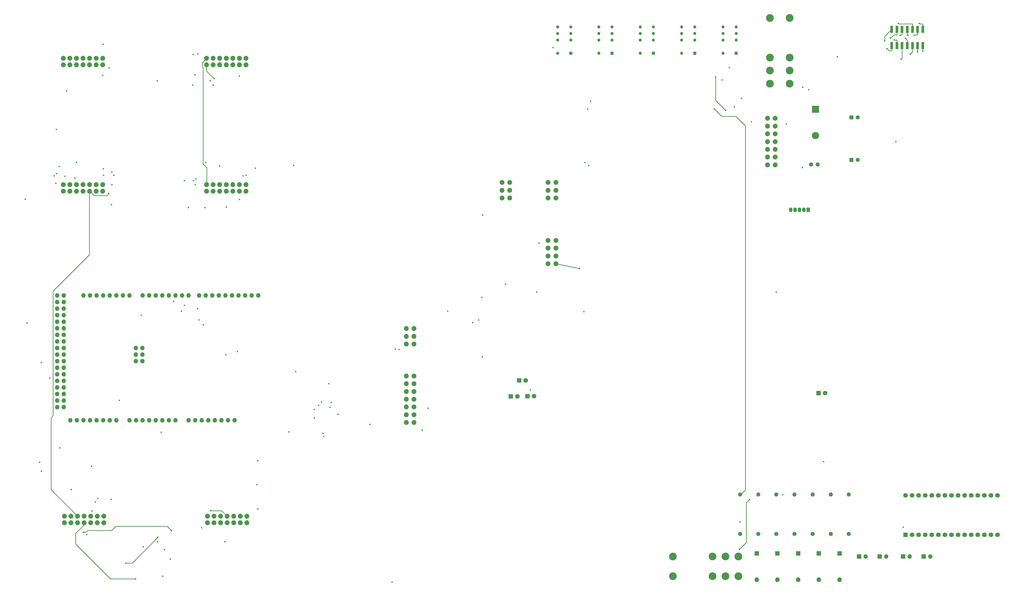
<source format=gbr>
G04 #@! TF.FileFunction,Copper,L1,Top,Signal*
%FSLAX46Y46*%
G04 Gerber Fmt 4.6, Leading zero omitted, Abs format (unit mm)*
G04 Created by KiCad (PCBNEW 4.0.6) date 03/09/20 07:32:34*
%MOMM*%
%LPD*%
G01*
G04 APERTURE LIST*
%ADD10C,0.100000*%
%ADD11C,1.879600*%
%ADD12R,1.600000X1.600000*%
%ADD13C,1.600000*%
%ADD14R,1.800000X1.800000*%
%ADD15C,1.800000*%
%ADD16O,1.800000X1.800000*%
%ADD17R,2.800000X2.800000*%
%ADD18O,2.800000X2.800000*%
%ADD19R,1.200000X1.200000*%
%ADD20C,1.200000*%
%ADD21R,1.700000X1.700000*%
%ADD22O,1.700000X1.700000*%
%ADD23C,3.000000*%
%ADD24R,1.350000X1.800000*%
%ADD25O,1.350000X1.800000*%
%ADD26O,1.600000X1.600000*%
%ADD27R,1.000000X2.750000*%
%ADD28O,1.727200X1.727200*%
%ADD29C,0.600000*%
%ADD30C,0.250000*%
G04 APERTURE END LIST*
D10*
D11*
X133400000Y-102400000D03*
X133400000Y-104940000D03*
X135940000Y-102400000D03*
X135940000Y-104940000D03*
X138480000Y-102400000D03*
X138480000Y-104940000D03*
X141020000Y-102400000D03*
X141020000Y-104940000D03*
X143560000Y-102400000D03*
X143560000Y-104940000D03*
X146100000Y-102400000D03*
X146100000Y-104940000D03*
X148640000Y-102400000D03*
X148640000Y-104940000D03*
X188800000Y-102400000D03*
X188800000Y-104940000D03*
X191340000Y-102400000D03*
X191340000Y-104940000D03*
X193880000Y-102400000D03*
X193880000Y-104940000D03*
X196420000Y-102400000D03*
X196420000Y-104940000D03*
X198960000Y-102400000D03*
X198960000Y-104940000D03*
X201500000Y-102400000D03*
X201500000Y-104940000D03*
X204040000Y-102400000D03*
X204040000Y-104940000D03*
X188800000Y-151200000D03*
X188800000Y-153740000D03*
X191340000Y-151200000D03*
X191340000Y-153740000D03*
X193880000Y-151200000D03*
X193880000Y-153740000D03*
X196420000Y-151200000D03*
X196420000Y-153740000D03*
X198960000Y-151200000D03*
X198960000Y-153740000D03*
X201500000Y-151200000D03*
X201500000Y-153740000D03*
X204040000Y-151200000D03*
X204040000Y-153740000D03*
X133400000Y-151200000D03*
X133400000Y-153740000D03*
X135940000Y-151200000D03*
X135940000Y-153740000D03*
X138480000Y-151200000D03*
X138480000Y-153740000D03*
X141020000Y-151200000D03*
X141020000Y-153740000D03*
X143560000Y-151200000D03*
X143560000Y-153740000D03*
X146100000Y-151200000D03*
X146100000Y-153740000D03*
X148640000Y-151200000D03*
X148640000Y-153740000D03*
X149100000Y-282000000D03*
X149100000Y-279460000D03*
X146560000Y-282000000D03*
X146560000Y-279460000D03*
X144020000Y-282000000D03*
X144020000Y-279460000D03*
X141480000Y-282000000D03*
X141480000Y-279460000D03*
X138940000Y-282000000D03*
X138940000Y-279460000D03*
X136400000Y-282000000D03*
X136400000Y-279460000D03*
X133860000Y-282000000D03*
X133860000Y-279460000D03*
X204343000Y-282000000D03*
X204343000Y-279460000D03*
X201803000Y-282000000D03*
X201803000Y-279460000D03*
X199263000Y-282000000D03*
X199263000Y-279460000D03*
X196723000Y-282000000D03*
X196723000Y-279460000D03*
X194183000Y-282000000D03*
X194183000Y-279460000D03*
X191643000Y-282000000D03*
X191643000Y-279460000D03*
X189103000Y-282000000D03*
X189103000Y-279460000D03*
D12*
X438000000Y-141707000D03*
D13*
X440500000Y-141707000D03*
D12*
X438000000Y-125273000D03*
D13*
X440500000Y-125273000D03*
D14*
X312852000Y-232995000D03*
D15*
X315392000Y-232995000D03*
D14*
X401444000Y-293832000D03*
D16*
X401444000Y-303992000D03*
D14*
X409444000Y-293832000D03*
D16*
X409444000Y-303992000D03*
D14*
X417444000Y-293832000D03*
D16*
X417444000Y-303992000D03*
D14*
X425444000Y-293832000D03*
D16*
X425444000Y-303992000D03*
D14*
X425298000Y-231800000D03*
D15*
X427838000Y-231800000D03*
D17*
X424155000Y-122072000D03*
D18*
X424155000Y-132232000D03*
D14*
X433444000Y-293832000D03*
D16*
X433444000Y-303992000D03*
D14*
X309601000Y-226924000D03*
D15*
X312141000Y-226924000D03*
D14*
X306350000Y-233071000D03*
D15*
X308890000Y-233071000D03*
D19*
X393540000Y-100450000D03*
D20*
X388460000Y-100450000D03*
X393540000Y-95370000D03*
X388460000Y-90290000D03*
X393540000Y-92830000D03*
X393540000Y-90290000D03*
X388460000Y-95370000D03*
X388460000Y-92830000D03*
D19*
X361540000Y-100450000D03*
D20*
X356460000Y-100450000D03*
X361540000Y-95370000D03*
X356460000Y-90290000D03*
X361540000Y-92830000D03*
X361540000Y-90290000D03*
X356460000Y-95370000D03*
X356460000Y-92830000D03*
D19*
X345540000Y-100450000D03*
D20*
X340460000Y-100450000D03*
X345540000Y-95370000D03*
X340460000Y-90290000D03*
X345540000Y-92830000D03*
X345540000Y-90290000D03*
X340460000Y-95370000D03*
X340460000Y-92830000D03*
D19*
X329540000Y-100450000D03*
D20*
X324460000Y-100450000D03*
X329540000Y-95370000D03*
X324460000Y-90290000D03*
X329540000Y-92830000D03*
X329540000Y-90290000D03*
X324460000Y-95370000D03*
X324460000Y-92830000D03*
D19*
X377540000Y-100450000D03*
D20*
X372460000Y-100450000D03*
X377540000Y-95370000D03*
X372460000Y-90290000D03*
X377540000Y-92830000D03*
X377540000Y-90290000D03*
X372460000Y-95370000D03*
X372460000Y-92830000D03*
D21*
X466000000Y-295000000D03*
D22*
X468540000Y-295000000D03*
D14*
X458927000Y-286588000D03*
D15*
X461467000Y-286588000D03*
X464007000Y-286588000D03*
X466547000Y-286588000D03*
X469087000Y-286588000D03*
X471627000Y-286588000D03*
X474167000Y-286588000D03*
X476707000Y-286588000D03*
X479247000Y-286588000D03*
X481787000Y-286588000D03*
X484327000Y-286588000D03*
X486867000Y-286588000D03*
X489407000Y-286588000D03*
X491947000Y-286588000D03*
X494487000Y-286588000D03*
X494487000Y-271348000D03*
X491947000Y-271348000D03*
X489407000Y-271348000D03*
X486867000Y-271348000D03*
X484327000Y-271348000D03*
X481787000Y-271348000D03*
X479247000Y-271348000D03*
X476707000Y-271348000D03*
X474167000Y-271348000D03*
X471627000Y-271348000D03*
X469087000Y-271348000D03*
X466547000Y-271348000D03*
X464007000Y-271348000D03*
X461467000Y-271348000D03*
X458927000Y-271348000D03*
D23*
X414198000Y-86842600D03*
X406578000Y-86842600D03*
X414198000Y-107162600D03*
X406578000Y-112162600D03*
X406578000Y-102162600D03*
X414198000Y-102162600D03*
X406578000Y-107162600D03*
X414198000Y-112162600D03*
D24*
X421361000Y-160934000D03*
D25*
X419661000Y-160934000D03*
X417961000Y-160934000D03*
X416261000Y-160934000D03*
X414561000Y-160934000D03*
D21*
X449000000Y-295000000D03*
D22*
X451540000Y-295000000D03*
D13*
X422453000Y-143408000D03*
D26*
X424993000Y-143408000D03*
D21*
X458000000Y-295000000D03*
D22*
X460540000Y-295000000D03*
D27*
X453634000Y-91183600D03*
X453634000Y-97433600D03*
X455634000Y-91183600D03*
X455634000Y-97433600D03*
X457634000Y-91183600D03*
X457634000Y-97433600D03*
X459634000Y-91183600D03*
X459634000Y-97433600D03*
X461634000Y-91183600D03*
X461634000Y-97433600D03*
X463634000Y-91183600D03*
X463634000Y-97433600D03*
X465634000Y-91183600D03*
X465634000Y-97433600D03*
D13*
X395039000Y-286236000D03*
D26*
X395039000Y-270996000D03*
D13*
X402039000Y-286236000D03*
D26*
X402039000Y-270996000D03*
D13*
X409039000Y-286236000D03*
D26*
X409039000Y-270996000D03*
D13*
X416039000Y-286236000D03*
D26*
X416039000Y-270996000D03*
D13*
X423039000Y-286236000D03*
D26*
X423039000Y-270996000D03*
D23*
X369000000Y-295000000D03*
X369000000Y-302620000D03*
X389320000Y-295000000D03*
X394320000Y-302620000D03*
X384320000Y-302620000D03*
X384320000Y-295000000D03*
X389320000Y-302620000D03*
X394320000Y-295000000D03*
D13*
X437039000Y-286236000D03*
D26*
X437039000Y-270996000D03*
D13*
X430039000Y-286236000D03*
D26*
X430039000Y-270996000D03*
D28*
X163932000Y-219456000D03*
X161392000Y-219456000D03*
X161392000Y-216916000D03*
X163932000Y-216916000D03*
X161392000Y-214376000D03*
X176759000Y-242316000D03*
X181839000Y-242316000D03*
X184379000Y-242316000D03*
X186919000Y-242316000D03*
X189459000Y-242316000D03*
X191999000Y-242316000D03*
X194539000Y-242316000D03*
X197079000Y-242316000D03*
X141199000Y-194056000D03*
X143739000Y-194056000D03*
X146279000Y-194056000D03*
X148819000Y-194056000D03*
X151359000Y-194056000D03*
X153899000Y-194056000D03*
X156439000Y-194056000D03*
X158979000Y-194056000D03*
X164059000Y-194056000D03*
X166599000Y-194056000D03*
X169139000Y-194056000D03*
X171679000Y-194056000D03*
X174219000Y-194056000D03*
X176759000Y-194056000D03*
X179299000Y-194056000D03*
X181839000Y-194056000D03*
X201143000Y-194056000D03*
X185903000Y-194056000D03*
X188443000Y-194056000D03*
X190983000Y-194056000D03*
X208763000Y-194056000D03*
X206223000Y-194056000D03*
X203683000Y-194056000D03*
X198603000Y-194056000D03*
X196063000Y-194056000D03*
X193523000Y-194056000D03*
X199619000Y-242316000D03*
X174219000Y-242316000D03*
X171679000Y-242316000D03*
X169139000Y-242316000D03*
X166599000Y-242316000D03*
X164059000Y-242316000D03*
X161519000Y-242316000D03*
X158979000Y-242316000D03*
X153899000Y-242316000D03*
X151359000Y-242316000D03*
X148819000Y-242316000D03*
X146279000Y-242316000D03*
X143739000Y-242316000D03*
X141199000Y-242316000D03*
X138659000Y-242316000D03*
X136119000Y-242316000D03*
X133579000Y-194056000D03*
X131039000Y-194056000D03*
X133579000Y-196596000D03*
X131039000Y-196596000D03*
X133579000Y-199136000D03*
X131039000Y-199136000D03*
X133579000Y-201676000D03*
X131039000Y-201676000D03*
X133579000Y-204216000D03*
X131039000Y-204216000D03*
X133579000Y-206756000D03*
X131039000Y-206756000D03*
X133579000Y-209296000D03*
X131039000Y-209296000D03*
X133579000Y-211836000D03*
X131039000Y-211836000D03*
X133579000Y-214376000D03*
X131039000Y-214376000D03*
X133579000Y-216916000D03*
X131039000Y-216916000D03*
X133579000Y-219456000D03*
X131039000Y-219456000D03*
X133579000Y-221996000D03*
X131039000Y-221996000D03*
X133579000Y-224536000D03*
X131039000Y-224536000D03*
X133579000Y-227076000D03*
X131039000Y-227076000D03*
X133579000Y-229616000D03*
X131039000Y-229616000D03*
X133579000Y-232156000D03*
X131039000Y-232156000D03*
X133579000Y-234696000D03*
X131039000Y-234696000D03*
X133579000Y-237236000D03*
X131039000Y-237236000D03*
X163932000Y-214376000D03*
D11*
X269000000Y-243200000D03*
X266002800Y-243200000D03*
X269000000Y-240202800D03*
X266002800Y-240202800D03*
X269000000Y-237205600D03*
X266002800Y-237205600D03*
X269000000Y-234208400D03*
X266002800Y-234208400D03*
X269000000Y-231211200D03*
X266002800Y-231211200D03*
X269000000Y-228214000D03*
X266002800Y-228214000D03*
X269000000Y-225216800D03*
X266002800Y-225216800D03*
X408600000Y-143600000D03*
X405602800Y-143600000D03*
X408600000Y-140602800D03*
X405602800Y-140602800D03*
X408600000Y-137605600D03*
X405602800Y-137605600D03*
X408600000Y-134608400D03*
X405602800Y-134608400D03*
X408600000Y-131611200D03*
X405602800Y-131611200D03*
X408600000Y-128614000D03*
X405602800Y-128614000D03*
X408600000Y-125616800D03*
X405602800Y-125616800D03*
X323800000Y-181800000D03*
X320802800Y-181800000D03*
X323800000Y-178802800D03*
X320802800Y-178802800D03*
X323800000Y-175805600D03*
X320802800Y-175805600D03*
X323800000Y-172808400D03*
X320802800Y-172808400D03*
X323800000Y-156400000D03*
X320802800Y-156400000D03*
X323800000Y-153402800D03*
X320802800Y-153402800D03*
X323800000Y-150405600D03*
X320802800Y-150405600D03*
X306000000Y-156400000D03*
X303002800Y-156400000D03*
X306000000Y-153402800D03*
X303002800Y-153402800D03*
X306000000Y-150405600D03*
X303002800Y-150405600D03*
X268986000Y-212877000D03*
X265988800Y-212877000D03*
X268986000Y-209879800D03*
X265988800Y-209879800D03*
X268986000Y-206882600D03*
X265988800Y-206882600D03*
D21*
X441000000Y-295000000D03*
D22*
X443540000Y-295000000D03*
D29*
X421554600Y-114519200D03*
X458107200Y-283638800D03*
X385038600Y-121958100D03*
X394904800Y-281656500D03*
X388090900Y-110775700D03*
X184306100Y-108756400D03*
X128191300Y-225985400D03*
X132054600Y-253022100D03*
X394779600Y-292206700D03*
X398627600Y-272948400D03*
X389445500Y-122516900D03*
X385546600Y-109550200D03*
X172564100Y-292375400D03*
X395588000Y-117846900D03*
X124933400Y-220001600D03*
X130704100Y-129919200D03*
X427288900Y-258312000D03*
X390904600Y-105921000D03*
X334695000Y-200344200D03*
X411497200Y-271120300D03*
X392803200Y-121155200D03*
X337288300Y-118996200D03*
X399434600Y-126926500D03*
X313905000Y-230607000D03*
X336130900Y-122021600D03*
X130532000Y-150692300D03*
X164312200Y-291310400D03*
X239585600Y-240084900D03*
X230463100Y-238147300D03*
X184377300Y-151200000D03*
X137882900Y-148664400D03*
X146781000Y-272576300D03*
X191706100Y-110256700D03*
X124933400Y-261977100D03*
X118665400Y-156853500D03*
X134685600Y-114955700D03*
X169824400Y-289344100D03*
X195871500Y-289347600D03*
X184740100Y-149035600D03*
X130814600Y-146998900D03*
X142447800Y-286560600D03*
X230417300Y-241477800D03*
X208264800Y-267194800D03*
X151823500Y-272865100D03*
X183455800Y-112773700D03*
X191287200Y-112773700D03*
X188225800Y-160146600D03*
X181733500Y-160146600D03*
X170014900Y-287541300D03*
X157568900Y-297497500D03*
X131834200Y-144243000D03*
X193880000Y-144072000D03*
X185376200Y-100647400D03*
X222516100Y-143794700D03*
X274454500Y-237656400D03*
X208617200Y-276526300D03*
X145735200Y-273890400D03*
X129899000Y-147875400D03*
X133963900Y-147987000D03*
X138480000Y-142708700D03*
X188483800Y-142708700D03*
X236536500Y-237358900D03*
X232027900Y-236550000D03*
X161366200Y-303631600D03*
X183618800Y-100902600D03*
X233831000Y-247396200D03*
X220653800Y-246820000D03*
X183754400Y-149747600D03*
X180255900Y-149718200D03*
X190368400Y-277272700D03*
X196420000Y-159846200D03*
X190247300Y-111112700D03*
X236992600Y-235500100D03*
X233253400Y-235336600D03*
X152013300Y-158995900D03*
X169769500Y-111112700D03*
X141185900Y-285572200D03*
X263164700Y-214975300D03*
X196246500Y-217005000D03*
X148832500Y-96999500D03*
X207677900Y-144882700D03*
X175209200Y-284988000D03*
X148922700Y-145146800D03*
X151005200Y-154654500D03*
X151067500Y-106134000D03*
X200681000Y-215709400D03*
X261746500Y-214791200D03*
X148949900Y-147610900D03*
X152988800Y-147610900D03*
X201500000Y-156953900D03*
X202914900Y-147851800D03*
X201500000Y-109289300D03*
X236037500Y-228214000D03*
X204134800Y-147582000D03*
X186935700Y-283910000D03*
X223209100Y-223548600D03*
X152218200Y-151200000D03*
X152218200Y-146443000D03*
X144469800Y-277414300D03*
X148640000Y-108970900D03*
X450923500Y-95666700D03*
X451760400Y-98662000D03*
X453126600Y-94626000D03*
X454639900Y-95277100D03*
X456905500Y-93475300D03*
X419111700Y-144633400D03*
X457269800Y-102839300D03*
X459867400Y-93472700D03*
X455207300Y-134608400D03*
X458971500Y-94650700D03*
X456173300Y-88882900D03*
X432579400Y-101801000D03*
X460692200Y-100750000D03*
X462247700Y-93470600D03*
X419202200Y-113644700D03*
X463605900Y-99921500D03*
X464253600Y-88884200D03*
X465634000Y-99711100D03*
X294047300Y-203516800D03*
X185903900Y-203576700D03*
X252027300Y-243941800D03*
X295198000Y-194803400D03*
X163550500Y-201689700D03*
X272186000Y-246250200D03*
X304364500Y-189773200D03*
X176045600Y-196381400D03*
X282015700Y-200161400D03*
X179061400Y-200161400D03*
X291610000Y-204549500D03*
X295559500Y-163006900D03*
X295391500Y-217855400D03*
X316478600Y-192765900D03*
X180225300Y-197920600D03*
X336537300Y-143840200D03*
X335049900Y-142753600D03*
X332938400Y-183679600D03*
X322744000Y-98274400D03*
X317342600Y-173829700D03*
X185328000Y-199136000D03*
X208588100Y-257932400D03*
X119347100Y-204736700D03*
X124267500Y-258605300D03*
X144354550Y-260153150D03*
X136449300Y-269070100D03*
X412856800Y-127743700D03*
X409038300Y-192777100D03*
X187520700Y-205396900D03*
X234054900Y-248624900D03*
X260495600Y-304864700D03*
X174759000Y-295981900D03*
X155100600Y-234597400D03*
X171886400Y-302620000D03*
X171236600Y-246953600D03*
D30*
X395039000Y-270996000D02*
X395296800Y-270996000D01*
X395296800Y-270996000D02*
X397027400Y-269265400D01*
X385038600Y-121958100D02*
X387921500Y-124841000D01*
X387921500Y-124841000D02*
X393344400Y-124841000D01*
X393344400Y-124841000D02*
X397027400Y-128524000D01*
X397027400Y-128524000D02*
X397027400Y-269265400D01*
X394619600Y-292366700D02*
X394512800Y-292366700D01*
X397395700Y-289590600D02*
X394619600Y-292366700D01*
X397395700Y-274180300D02*
X397395700Y-289590600D01*
X398627600Y-272948400D02*
X397395700Y-274180300D01*
X385572000Y-118643400D02*
X389445500Y-122516900D01*
X385572000Y-109575600D02*
X385572000Y-118643400D01*
X385546600Y-109550200D02*
X385572000Y-109575600D01*
X188800000Y-102400000D02*
X188849000Y-102362000D01*
X188849000Y-102362000D02*
X187071000Y-104140000D01*
X187071000Y-104140000D02*
X187071000Y-105410000D01*
X187071000Y-105410000D02*
X187198000Y-105537000D01*
X187198000Y-105537000D02*
X187198000Y-105791000D01*
X187198000Y-105791000D02*
X187452000Y-106045000D01*
X187452000Y-106045000D02*
X187452000Y-143256000D01*
X187452000Y-143256000D02*
X188849000Y-144653000D01*
X188849000Y-144653000D02*
X188849000Y-151257000D01*
X188849000Y-151257000D02*
X188800000Y-151200000D01*
X188800000Y-107350600D02*
X191706100Y-110256700D01*
X188800000Y-104940000D02*
X188800000Y-107350600D01*
X160058700Y-297497500D02*
X170014900Y-287541300D01*
X160058700Y-297497500D02*
X157568900Y-297497500D01*
X138112500Y-286092900D02*
X138112500Y-290131500D01*
X138112500Y-290131500D02*
X151612600Y-303631600D01*
X151612600Y-303631600D02*
X161366200Y-303631600D01*
X138112500Y-286092900D02*
X141480000Y-282725400D01*
X141480000Y-282000000D02*
X141480000Y-282725400D01*
X194535700Y-277272700D02*
X190368400Y-277272700D01*
X196723000Y-279460000D02*
X194535700Y-277272700D01*
X141185900Y-285572200D02*
X142163800Y-285572200D01*
X173532800Y-283311600D02*
X175209200Y-284988000D01*
X153606500Y-283311600D02*
X173532800Y-283311600D01*
X152031700Y-284886400D02*
X153606500Y-283311600D01*
X142849600Y-284886400D02*
X152031700Y-284886400D01*
X142163800Y-285572200D02*
X142849600Y-284886400D01*
X141135100Y-285521400D02*
X141135100Y-285457900D01*
X141185900Y-285572200D02*
X141135100Y-285521400D01*
X138940000Y-279460000D02*
X138938000Y-279400000D01*
X138938000Y-279400000D02*
X128651000Y-269113000D01*
X128651000Y-269113000D02*
X128651000Y-241681000D01*
X128651000Y-241681000D02*
X128778000Y-241554000D01*
X128778000Y-241554000D02*
X128778000Y-241300000D01*
X128778000Y-241300000D02*
X128905000Y-241173000D01*
X128905000Y-241173000D02*
X128905000Y-241046000D01*
X128905000Y-241046000D02*
X129159000Y-240792000D01*
X129159000Y-240792000D02*
X129159000Y-240665000D01*
X129159000Y-240665000D02*
X129413000Y-240411000D01*
X129413000Y-240411000D02*
X129413000Y-192405000D01*
X129413000Y-192405000D02*
X143510000Y-178308000D01*
X143510000Y-178308000D02*
X143510000Y-153797000D01*
X143510000Y-153797000D02*
X143560000Y-153740000D01*
X150221800Y-155437900D02*
X151005200Y-154654500D01*
X145257900Y-155437900D02*
X150221800Y-155437900D01*
X143560000Y-153740000D02*
X145257900Y-155437900D01*
X450923500Y-93894100D02*
X450923500Y-95666700D01*
X453634000Y-91183600D02*
X450923500Y-93894100D01*
X453634000Y-97433600D02*
X453634000Y-99533900D01*
X452632300Y-99533900D02*
X451760400Y-98662000D01*
X453634000Y-99533900D02*
X452632300Y-99533900D01*
X455634000Y-91183600D02*
X455634000Y-93283900D01*
X454468700Y-93283900D02*
X453126600Y-94626000D01*
X455634000Y-93283900D02*
X454468700Y-93283900D01*
X454696100Y-95333300D02*
X454639900Y-95277100D01*
X455634000Y-95333300D02*
X454696100Y-95333300D01*
X455634000Y-97433600D02*
X455634000Y-95333300D01*
X457096900Y-93283900D02*
X456905500Y-93475300D01*
X457634000Y-93283900D02*
X457096900Y-93283900D01*
X457634000Y-91183600D02*
X457634000Y-93283900D01*
X457634000Y-102475100D02*
X457634000Y-97433600D01*
X457269800Y-102839300D02*
X457634000Y-102475100D01*
X459678600Y-93283900D02*
X459867400Y-93472700D01*
X459634000Y-93283900D02*
X459678600Y-93283900D01*
X459634000Y-91183600D02*
X459634000Y-93283900D01*
X459634000Y-95313100D02*
X459634000Y-97433600D01*
X459633900Y-95313100D02*
X459634000Y-95313100D01*
X458971500Y-94650700D02*
X459633900Y-95313100D01*
X461634000Y-91183600D02*
X461634000Y-89083300D01*
X456373700Y-89083300D02*
X456173300Y-88882900D01*
X461634000Y-89083300D02*
X456373700Y-89083300D01*
X461634000Y-99808200D02*
X461634000Y-97433600D01*
X460692200Y-100750000D02*
X461634000Y-99808200D01*
X463634000Y-91183600D02*
X463634000Y-93283900D01*
X462434400Y-93283900D02*
X462247700Y-93470600D01*
X463634000Y-93283900D02*
X462434400Y-93283900D01*
X463634000Y-99893400D02*
X463605900Y-99921500D01*
X463634000Y-97433600D02*
X463634000Y-99893400D01*
X465634000Y-91183600D02*
X465634000Y-89083300D01*
X464452700Y-89083300D02*
X464253600Y-88884200D01*
X465634000Y-89083300D02*
X464452700Y-89083300D01*
X465634000Y-99711100D02*
X465634000Y-97433600D01*
X336537300Y-143840200D02*
X336562700Y-143840200D01*
X323800000Y-181800000D02*
X332938400Y-183679600D01*
X144341850Y-260165850D02*
X144329150Y-260165850D01*
X144354550Y-260153150D02*
X144341850Y-260165850D01*
M02*

</source>
